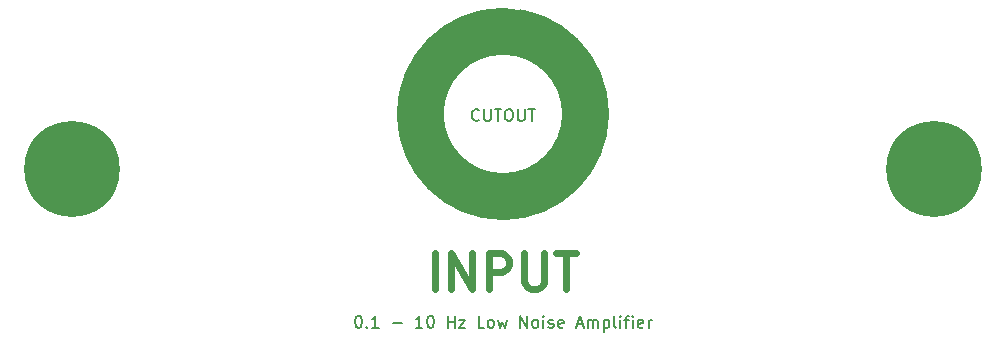
<source format=gbr>
%TF.GenerationSoftware,KiCad,Pcbnew,(5.1.6)-1*%
%TF.CreationDate,2020-08-21T17:01:07+02:00*%
%TF.ProjectId,front_panel,66726f6e-745f-4706-916e-656c2e6b6963,rev?*%
%TF.SameCoordinates,Original*%
%TF.FileFunction,Soldermask,Top*%
%TF.FilePolarity,Negative*%
%FSLAX46Y46*%
G04 Gerber Fmt 4.6, Leading zero omitted, Abs format (unit mm)*
G04 Created by KiCad (PCBNEW (5.1.6)-1) date 2020-08-21 17:01:07*
%MOMM*%
%LPD*%
G01*
G04 APERTURE LIST*
%ADD10C,0.150000*%
%ADD11C,0.600000*%
%ADD12C,0.200000*%
%ADD13C,4.000000*%
%ADD14C,8.100000*%
G04 APERTURE END LIST*
D10*
X135476190Y-110857142D02*
X135428571Y-110904761D01*
X135285714Y-110952380D01*
X135190476Y-110952380D01*
X135047619Y-110904761D01*
X134952380Y-110809523D01*
X134904761Y-110714285D01*
X134857142Y-110523809D01*
X134857142Y-110380952D01*
X134904761Y-110190476D01*
X134952380Y-110095238D01*
X135047619Y-110000000D01*
X135190476Y-109952380D01*
X135285714Y-109952380D01*
X135428571Y-110000000D01*
X135476190Y-110047619D01*
X135904761Y-109952380D02*
X135904761Y-110761904D01*
X135952380Y-110857142D01*
X136000000Y-110904761D01*
X136095238Y-110952380D01*
X136285714Y-110952380D01*
X136380952Y-110904761D01*
X136428571Y-110857142D01*
X136476190Y-110761904D01*
X136476190Y-109952380D01*
X136809523Y-109952380D02*
X137380952Y-109952380D01*
X137095238Y-110952380D02*
X137095238Y-109952380D01*
X137904761Y-109952380D02*
X138095238Y-109952380D01*
X138190476Y-110000000D01*
X138285714Y-110095238D01*
X138333333Y-110285714D01*
X138333333Y-110619047D01*
X138285714Y-110809523D01*
X138190476Y-110904761D01*
X138095238Y-110952380D01*
X137904761Y-110952380D01*
X137809523Y-110904761D01*
X137714285Y-110809523D01*
X137666666Y-110619047D01*
X137666666Y-110285714D01*
X137714285Y-110095238D01*
X137809523Y-110000000D01*
X137904761Y-109952380D01*
X138761904Y-109952380D02*
X138761904Y-110761904D01*
X138809523Y-110857142D01*
X138857142Y-110904761D01*
X138952380Y-110952380D01*
X139142857Y-110952380D01*
X139238095Y-110904761D01*
X139285714Y-110857142D01*
X139333333Y-110761904D01*
X139333333Y-109952380D01*
X139666666Y-109952380D02*
X140238095Y-109952380D01*
X139952380Y-110952380D02*
X139952380Y-109952380D01*
D11*
X131714285Y-125157142D02*
X131714285Y-122157142D01*
X133142857Y-125157142D02*
X133142857Y-122157142D01*
X134857142Y-125157142D01*
X134857142Y-122157142D01*
X136285714Y-125157142D02*
X136285714Y-122157142D01*
X137428571Y-122157142D01*
X137714285Y-122300000D01*
X137857142Y-122442857D01*
X138000000Y-122728571D01*
X138000000Y-123157142D01*
X137857142Y-123442857D01*
X137714285Y-123585714D01*
X137428571Y-123728571D01*
X136285714Y-123728571D01*
X139285714Y-122157142D02*
X139285714Y-124585714D01*
X139428571Y-124871428D01*
X139571428Y-125014285D01*
X139857142Y-125157142D01*
X140428571Y-125157142D01*
X140714285Y-125014285D01*
X140857142Y-124871428D01*
X141000000Y-124585714D01*
X141000000Y-122157142D01*
X142000000Y-122157142D02*
X143714285Y-122157142D01*
X142857142Y-125157142D02*
X142857142Y-122157142D01*
D12*
X125214285Y-127452380D02*
X125309523Y-127452380D01*
X125404761Y-127500000D01*
X125452380Y-127547619D01*
X125500000Y-127642857D01*
X125547619Y-127833333D01*
X125547619Y-128071428D01*
X125500000Y-128261904D01*
X125452380Y-128357142D01*
X125404761Y-128404761D01*
X125309523Y-128452380D01*
X125214285Y-128452380D01*
X125119047Y-128404761D01*
X125071428Y-128357142D01*
X125023809Y-128261904D01*
X124976190Y-128071428D01*
X124976190Y-127833333D01*
X125023809Y-127642857D01*
X125071428Y-127547619D01*
X125119047Y-127500000D01*
X125214285Y-127452380D01*
X125976190Y-128357142D02*
X126023809Y-128404761D01*
X125976190Y-128452380D01*
X125928571Y-128404761D01*
X125976190Y-128357142D01*
X125976190Y-128452380D01*
X126976190Y-128452380D02*
X126404761Y-128452380D01*
X126690476Y-128452380D02*
X126690476Y-127452380D01*
X126595238Y-127595238D01*
X126500000Y-127690476D01*
X126404761Y-127738095D01*
X128166666Y-128071428D02*
X128928571Y-128071428D01*
X130690476Y-128452380D02*
X130119047Y-128452380D01*
X130404761Y-128452380D02*
X130404761Y-127452380D01*
X130309523Y-127595238D01*
X130214285Y-127690476D01*
X130119047Y-127738095D01*
X131309523Y-127452380D02*
X131404761Y-127452380D01*
X131500000Y-127500000D01*
X131547619Y-127547619D01*
X131595238Y-127642857D01*
X131642857Y-127833333D01*
X131642857Y-128071428D01*
X131595238Y-128261904D01*
X131547619Y-128357142D01*
X131500000Y-128404761D01*
X131404761Y-128452380D01*
X131309523Y-128452380D01*
X131214285Y-128404761D01*
X131166666Y-128357142D01*
X131119047Y-128261904D01*
X131071428Y-128071428D01*
X131071428Y-127833333D01*
X131119047Y-127642857D01*
X131166666Y-127547619D01*
X131214285Y-127500000D01*
X131309523Y-127452380D01*
X132833333Y-128452380D02*
X132833333Y-127452380D01*
X132833333Y-127928571D02*
X133404761Y-127928571D01*
X133404761Y-128452380D02*
X133404761Y-127452380D01*
X133785714Y-127785714D02*
X134309523Y-127785714D01*
X133785714Y-128452380D01*
X134309523Y-128452380D01*
X135928571Y-128452380D02*
X135452380Y-128452380D01*
X135452380Y-127452380D01*
X136404761Y-128452380D02*
X136309523Y-128404761D01*
X136261904Y-128357142D01*
X136214285Y-128261904D01*
X136214285Y-127976190D01*
X136261904Y-127880952D01*
X136309523Y-127833333D01*
X136404761Y-127785714D01*
X136547619Y-127785714D01*
X136642857Y-127833333D01*
X136690476Y-127880952D01*
X136738095Y-127976190D01*
X136738095Y-128261904D01*
X136690476Y-128357142D01*
X136642857Y-128404761D01*
X136547619Y-128452380D01*
X136404761Y-128452380D01*
X137071428Y-127785714D02*
X137261904Y-128452380D01*
X137452380Y-127976190D01*
X137642857Y-128452380D01*
X137833333Y-127785714D01*
X138976190Y-128452380D02*
X138976190Y-127452380D01*
X139547619Y-128452380D01*
X139547619Y-127452380D01*
X140166666Y-128452380D02*
X140071428Y-128404761D01*
X140023809Y-128357142D01*
X139976190Y-128261904D01*
X139976190Y-127976190D01*
X140023809Y-127880952D01*
X140071428Y-127833333D01*
X140166666Y-127785714D01*
X140309523Y-127785714D01*
X140404761Y-127833333D01*
X140452380Y-127880952D01*
X140500000Y-127976190D01*
X140500000Y-128261904D01*
X140452380Y-128357142D01*
X140404761Y-128404761D01*
X140309523Y-128452380D01*
X140166666Y-128452380D01*
X140928571Y-128452380D02*
X140928571Y-127785714D01*
X140928571Y-127452380D02*
X140880952Y-127500000D01*
X140928571Y-127547619D01*
X140976190Y-127500000D01*
X140928571Y-127452380D01*
X140928571Y-127547619D01*
X141357142Y-128404761D02*
X141452380Y-128452380D01*
X141642857Y-128452380D01*
X141738095Y-128404761D01*
X141785714Y-128309523D01*
X141785714Y-128261904D01*
X141738095Y-128166666D01*
X141642857Y-128119047D01*
X141500000Y-128119047D01*
X141404761Y-128071428D01*
X141357142Y-127976190D01*
X141357142Y-127928571D01*
X141404761Y-127833333D01*
X141500000Y-127785714D01*
X141642857Y-127785714D01*
X141738095Y-127833333D01*
X142595238Y-128404761D02*
X142500000Y-128452380D01*
X142309523Y-128452380D01*
X142214285Y-128404761D01*
X142166666Y-128309523D01*
X142166666Y-127928571D01*
X142214285Y-127833333D01*
X142309523Y-127785714D01*
X142500000Y-127785714D01*
X142595238Y-127833333D01*
X142642857Y-127928571D01*
X142642857Y-128023809D01*
X142166666Y-128119047D01*
X143785714Y-128166666D02*
X144261904Y-128166666D01*
X143690476Y-128452380D02*
X144023809Y-127452380D01*
X144357142Y-128452380D01*
X144690476Y-128452380D02*
X144690476Y-127785714D01*
X144690476Y-127880952D02*
X144738095Y-127833333D01*
X144833333Y-127785714D01*
X144976190Y-127785714D01*
X145071428Y-127833333D01*
X145119047Y-127928571D01*
X145119047Y-128452380D01*
X145119047Y-127928571D02*
X145166666Y-127833333D01*
X145261904Y-127785714D01*
X145404761Y-127785714D01*
X145500000Y-127833333D01*
X145547619Y-127928571D01*
X145547619Y-128452380D01*
X146023809Y-127785714D02*
X146023809Y-128785714D01*
X146023809Y-127833333D02*
X146119047Y-127785714D01*
X146309523Y-127785714D01*
X146404761Y-127833333D01*
X146452380Y-127880952D01*
X146500000Y-127976190D01*
X146500000Y-128261904D01*
X146452380Y-128357142D01*
X146404761Y-128404761D01*
X146309523Y-128452380D01*
X146119047Y-128452380D01*
X146023809Y-128404761D01*
X147071428Y-128452380D02*
X146976190Y-128404761D01*
X146928571Y-128309523D01*
X146928571Y-127452380D01*
X147452380Y-128452380D02*
X147452380Y-127785714D01*
X147452380Y-127452380D02*
X147404761Y-127500000D01*
X147452380Y-127547619D01*
X147500000Y-127500000D01*
X147452380Y-127452380D01*
X147452380Y-127547619D01*
X147785714Y-127785714D02*
X148166666Y-127785714D01*
X147928571Y-128452380D02*
X147928571Y-127595238D01*
X147976190Y-127500000D01*
X148071428Y-127452380D01*
X148166666Y-127452380D01*
X148500000Y-128452380D02*
X148500000Y-127785714D01*
X148500000Y-127452380D02*
X148452380Y-127500000D01*
X148500000Y-127547619D01*
X148547619Y-127500000D01*
X148500000Y-127452380D01*
X148500000Y-127547619D01*
X149357142Y-128404761D02*
X149261904Y-128452380D01*
X149071428Y-128452380D01*
X148976190Y-128404761D01*
X148928571Y-128309523D01*
X148928571Y-127928571D01*
X148976190Y-127833333D01*
X149071428Y-127785714D01*
X149261904Y-127785714D01*
X149357142Y-127833333D01*
X149404761Y-127928571D01*
X149404761Y-128023809D01*
X148928571Y-128119047D01*
X149833333Y-128452380D02*
X149833333Y-127785714D01*
X149833333Y-127976190D02*
X149880952Y-127880952D01*
X149928571Y-127833333D01*
X150023809Y-127785714D01*
X150119047Y-127785714D01*
D13*
X144500000Y-110350000D02*
G75*
G03*
X144500000Y-110350000I-7000000J0D01*
G01*
D14*
X174000000Y-115000000D03*
X101000000Y-115000000D03*
M02*

</source>
